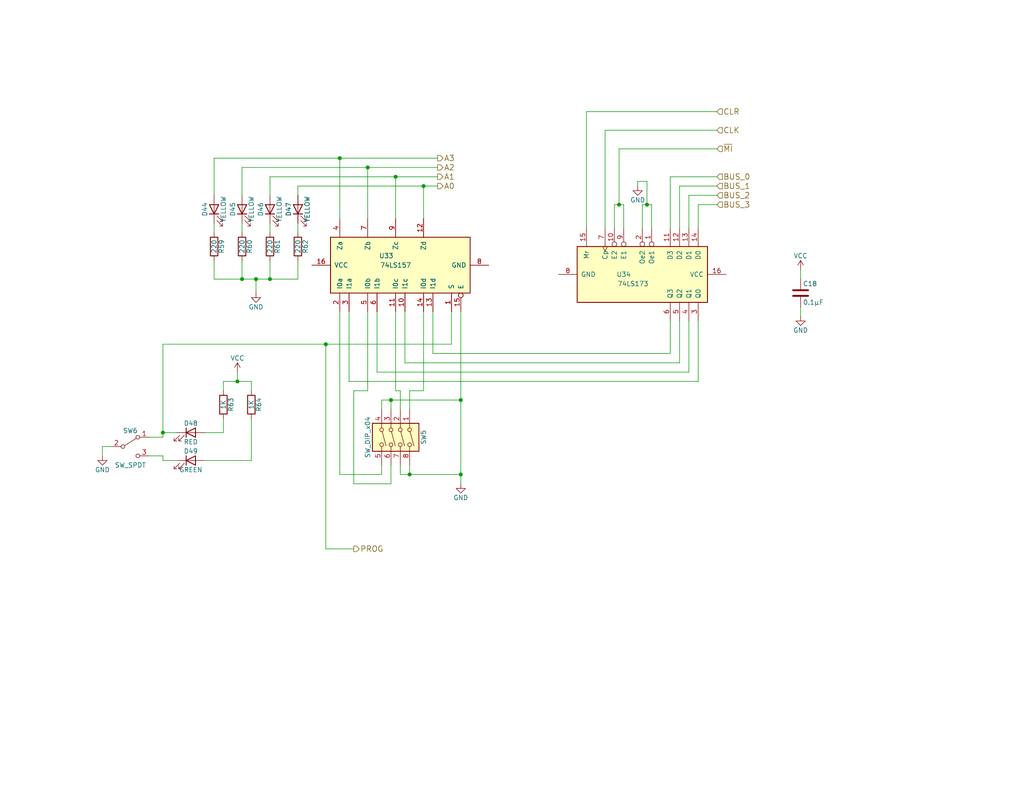
<source format=kicad_sch>
(kicad_sch (version 20211123) (generator eeschema)
  (paper "USLetter")
  (lib_symbols
    (symbol "74xx:74LS157" (pin_names (offset 1.016))
      (property "Reference" "U" (at -7.62 19.05 0))
      (property "Value" "74LS157" (at -7.62 -21.59 0))
      (symbol "74LS157_1_0"
        (pin input line (at -12.7 -15.24 0) (length 5.08) (name "S") (number "1"))
        (pin input line (at -12.7 -2.54 0) (length 5.08) (name "I1c") (number "10"))
        (pin input line (at -12.7 0 0) (length 5.08) (name "I0c") (number "11"))
        (pin output line (at 12.7 -7.62 180) (length 5.08) (name "Zd") (number "12"))
        (pin input line (at -12.7 -10.16 0) (length 5.08) (name "I1d") (number "13"))
        (pin input line (at -12.7 -7.62 0) (length 5.08) (name "I0d") (number "14"))
        (pin input inverted (at -12.7 -17.78 0) (length 5.08) (name "E") (number "15"))
        (pin power_in line (at 0 22.86 270) (length 5.08) (name "VCC") (number "16"))
        (pin input line (at -12.7 15.24 0) (length 5.08) (name "I0a") (number "2"))
        (pin input line (at -12.7 12.7 0) (length 5.08) (name "I1a") (number "3"))
        (pin output line (at 12.7 15.24 180) (length 5.08) (name "Za") (number "4"))
        (pin input line (at -12.7 7.62 0) (length 5.08) (name "I0b") (number "5"))
        (pin input line (at -12.7 5.08 0) (length 5.08) (name "I1b") (number "6"))
        (pin output line (at 12.7 7.62 180) (length 5.08) (name "Zb") (number "7"))
        (pin power_in line (at 0 -25.4 90) (length 5.08) (name "GND") (number "8"))
        (pin output line (at 12.7 0 180) (length 5.08) (name "Zc") (number "9"))
      )
      (symbol "74LS157_1_1"
        (rectangle (start -7.62 17.78) (end 7.62 -20.32) (stroke (width 0.254)) (fill (type background)))
      )
    )
    (symbol "74xx:74LS173" (pin_names (offset 1.016))
      (property "Reference" "U" (at -7.62 19.05 0))
      (property "Value" "74LS173" (at -7.62 -19.05 0))
      (symbol "74LS173_1_0"
        (pin input inverted (at -12.7 2.54 0) (length 5.08) (name "Oe1") (number "1"))
        (pin input inverted (at -12.7 -7.62 0) (length 5.08) (name "E2") (number "10"))
        (pin input line (at -12.7 7.62 0) (length 5.08) (name "D3") (number "11"))
        (pin input line (at -12.7 10.16 0) (length 5.08) (name "D2") (number "12"))
        (pin input line (at -12.7 12.7 0) (length 5.08) (name "D1") (number "13"))
        (pin input line (at -12.7 15.24 0) (length 5.08) (name "D0") (number "14"))
        (pin input line (at -12.7 -15.24 0) (length 5.08) (name "Mr") (number "15"))
        (pin power_in line (at 0 22.86 270) (length 5.08) (name "VCC") (number "16"))
        (pin input inverted (at -12.7 0 0) (length 5.08) (name "Oe2") (number "2"))
        (pin tri_state line (at 12.7 15.24 180) (length 5.08) (name "Q0") (number "3"))
        (pin tri_state line (at 12.7 12.7 180) (length 5.08) (name "Q1") (number "4"))
        (pin tri_state line (at 12.7 10.16 180) (length 5.08) (name "Q2") (number "5"))
        (pin tri_state line (at 12.7 7.62 180) (length 5.08) (name "Q3") (number "6"))
        (pin input clock (at -12.7 -10.16 0) (length 5.08) (name "Cp") (number "7"))
        (pin power_in line (at 0 -22.86 90) (length 5.08) (name "GND") (number "8"))
        (pin input inverted (at -12.7 -5.08 0) (length 5.08) (name "E1") (number "9"))
      )
      (symbol "74LS173_1_1"
        (rectangle (start -7.62 17.78) (end 7.62 -17.78) (stroke (width 0.254)) (fill (type background)))
      )
    )
    (symbol "Device:C" (pin_numbers hide) (pin_names (offset 0.254))
      (property "Reference" "C" (at 0.635 2.54 0))
      (property "Value" "C" (at 0.635 -2.54 0))
      (symbol "C_0_1"
        (polyline (pts (xy -2.032 -0.762) (xy 2.032 -0.762)) (stroke (width 0.508)))
        (polyline (pts (xy -2.032 0.762) (xy 2.032 0.762)) (stroke (width 0.508)))
      )
      (symbol "C_1_1"
        (pin passive line (at 0 3.81 270) (length 2.794) (name "~") (number "1"))
        (pin passive line (at 0 -3.81 90) (length 2.794) (name "~") (number "2"))
      )
    )
    (symbol "Device:LED" (pin_numbers hide) (pin_names (offset 1.016) hide)
      (property "Reference" "D" (at 0 2.54 0))
      (property "Value" "LED" (at 0 -2.54 0))
      (symbol "LED_0_1"
        (polyline (pts (xy -1.27 -1.27) (xy -1.27 1.27)) (stroke (width 0.254)))
        (polyline (pts (xy -1.27 0) (xy 1.27 0)))
        (polyline (pts (xy 1.27 -1.27) (xy 1.27 1.27) (xy -1.27 0) (xy 1.27 -1.27)) (stroke (width 0.254)))
        (polyline (pts (xy -3.048 -0.762) (xy -4.572 -2.286) (xy -3.81 -2.286) (xy -4.572 -2.286) (xy -4.572 -1.524)))
        (polyline (pts (xy -1.778 -0.762) (xy -3.302 -2.286) (xy -2.54 -2.286) (xy -3.302 -2.286) (xy -3.302 -1.524)))
      )
      (symbol "LED_1_1"
        (pin passive line (at -3.81 0 0) (length 2.54) (name "K") (number "1"))
        (pin passive line (at 3.81 0 180) (length 2.54) (name "A") (number "2"))
      )
    )
    (symbol "Device:R" (pin_numbers hide) (pin_names (offset 0))
      (property "Reference" "R" (at 2.032 0 90))
      (property "Value" "R" (at 0 0 90))
      (symbol "R_0_1"
        (rectangle (start -1.016 -2.54) (end 1.016 2.54) (stroke (width 0.254)))
      )
      (symbol "R_1_1"
        (pin passive line (at 0 3.81 270) (length 1.27) (name "~") (number "1"))
        (pin passive line (at 0 -3.81 90) (length 1.27) (name "~") (number "2"))
      )
    )
    (symbol "Switch:SW_DIP_x04" (pin_names (offset 0) hide)
      (property "Reference" "SW" (at 0 8.89 0))
      (property "Value" "SW_DIP_x04" (at 0 -6.35 0))
      (symbol "SW_DIP_x04_0_0"
        (circle (center -2.032 -2.54) (radius 0.508))
        (circle (center -2.032 0) (radius 0.508))
        (circle (center -2.032 2.54) (radius 0.508))
        (circle (center -2.032 5.08) (radius 0.508))
        (polyline (pts (xy -1.524 -2.3876) (xy 2.3622 -1.3462)))
        (polyline (pts (xy -1.524 0.127) (xy 2.3622 1.1684)))
        (polyline (pts (xy -1.524 2.667) (xy 2.3622 3.7084)))
        (polyline (pts (xy -1.524 5.207) (xy 2.3622 6.2484)))
        (circle (center 2.032 -2.54) (radius 0.508))
        (circle (center 2.032 0) (radius 0.508))
        (circle (center 2.032 2.54) (radius 0.508))
        (circle (center 2.032 5.08) (radius 0.508))
      )
      (symbol "SW_DIP_x04_0_1"
        (rectangle (start -3.81 7.62) (end 3.81 -5.08) (stroke (width 0.254)) (fill (type background)))
      )
      (symbol "SW_DIP_x04_1_1"
        (pin passive line (at -7.62 5.08 0) (length 5.08) (name "~") (number "1"))
        (pin passive line (at -7.62 2.54 0) (length 5.08) (name "~") (number "2"))
        (pin passive line (at -7.62 0 0) (length 5.08) (name "~") (number "3"))
        (pin passive line (at -7.62 -2.54 0) (length 5.08) (name "~") (number "4"))
        (pin passive line (at 7.62 -2.54 180) (length 5.08) (name "~") (number "5"))
        (pin passive line (at 7.62 0 180) (length 5.08) (name "~") (number "6"))
        (pin passive line (at 7.62 2.54 180) (length 5.08) (name "~") (number "7"))
        (pin passive line (at 7.62 5.08 180) (length 5.08) (name "~") (number "8"))
      )
    )
    (symbol "Switch:SW_SPDT" (pin_names (offset 0) hide)
      (property "Reference" "SW" (at 0 4.318 0))
      (property "Value" "SW_SPDT" (at 0 -5.08 0))
      (symbol "SW_SPDT_0_0"
        (circle (center -2.032 0) (radius 0.508))
        (circle (center 2.032 -2.54) (radius 0.508))
      )
      (symbol "SW_SPDT_0_1"
        (polyline (pts (xy -1.524 0.254) (xy 1.651 2.286)))
        (circle (center 2.032 2.54) (radius 0.508))
      )
      (symbol "SW_SPDT_1_1"
        (pin passive line (at 5.08 2.54 180) (length 2.54) (name "A") (number "1"))
        (pin passive line (at -5.08 0 0) (length 2.54) (name "B") (number "2"))
        (pin passive line (at 5.08 -2.54 180) (length 2.54) (name "C") (number "3"))
      )
    )
    (symbol "power:GND" (power) (pin_names (offset 0))
      (property "Value" "GND" (at 0 -3.81 0))
      (symbol "GND_0_1"
        (polyline (pts (xy 0 0) (xy 0 -1.27) (xy 1.27 -1.27) (xy 0 -2.54) (xy -1.27 -1.27) (xy 0 -1.27)))
      )
      (symbol "GND_1_1"
        (pin power_in line (at 0 0 270) (length 0) hide (name "GND") (number "1"))
      )
    )
    (symbol "power:VCC" (power) (pin_names (offset 0))
      (property "Value" "VCC" (at 0 3.81 0))
      (symbol "VCC_0_1"
        (polyline (pts (xy -0.762 1.27) (xy 0 2.54)))
        (polyline (pts (xy 0 0) (xy 0 2.54)))
        (polyline (pts (xy 0 2.54) (xy 0.762 1.27)))
      )
      (symbol "VCC_1_1"
        (pin power_in line (at 0 0 90) (length 0) hide (name "VCC") (number "1"))
      )
    )
  )
  (junction (at 115.57 50.8))
  (junction (at 69.85 76.2))
  (junction (at 125.73 109.22))
  (junction (at 44.45 118.11))
  (junction (at 107.95 48.26))
  (junction (at 66.04 76.2))
  (junction (at 88.9 93.98))
  (junction (at 92.71 43.18))
  (junction (at 64.77 104.14))
  (junction (at 100.33 45.72))
  (junction (at 73.66 76.2))
  (junction (at 176.53 55.88))
  (junction (at 111.76 129.54))
  (junction (at 168.91 55.88))
  (junction (at 125.73 129.54))
  (junction (at 106.68 109.22))
  (wire (pts (xy 102.87 85.09) (xy 102.87 101.6)))
  (wire (pts (xy 73.66 76.2) (xy 81.28 76.2)))
  (wire (pts (xy 110.49 85.09) (xy 110.49 99.06)))
  (wire (pts (xy 69.85 80.01) (xy 69.85 76.2)))
  (wire (pts (xy 44.45 93.98) (xy 88.9 93.98)))
  (wire (pts (xy 55.88 125.73) (xy 68.58 125.73)))
  (wire (pts (xy 107.95 85.09) (xy 107.95 106.68)))
  (wire (pts (xy 195.58 55.88) (xy 190.5 55.88)))
  (wire (pts (xy 167.64 55.88) (xy 167.64 62.23)))
  (wire (pts (xy 115.57 85.09) (xy 115.57 106.68)))
  (wire (pts (xy 102.87 101.6) (xy 187.96 101.6)))
  (wire (pts (xy 168.91 40.64) (xy 168.91 55.88)))
  (wire (pts (xy 64.77 104.14) (xy 68.58 104.14)))
  (wire (pts (xy 69.85 76.2) (xy 73.66 76.2)))
  (wire (pts (xy 190.5 87.63) (xy 190.5 104.14)))
  (wire (pts (xy 125.73 129.54) (xy 125.73 132.08)))
  (wire (pts (xy 95.25 104.14) (xy 190.5 104.14)))
  (wire (pts (xy 195.58 53.34) (xy 187.96 53.34)))
  (wire (pts (xy 182.88 87.63) (xy 182.88 96.52)))
  (wire (pts (xy 177.8 55.88) (xy 177.8 62.23)))
  (wire (pts (xy 81.28 50.8) (xy 81.28 53.34)))
  (wire (pts (xy 170.18 55.88) (xy 170.18 62.23)))
  (wire (pts (xy 165.1 35.56) (xy 165.1 62.23)))
  (wire (pts (xy 109.22 129.54) (xy 111.76 129.54)))
  (wire (pts (xy 104.14 109.22) (xy 106.68 109.22)))
  (wire (pts (xy 111.76 106.68) (xy 111.76 111.76)))
  (wire (pts (xy 106.68 127) (xy 106.68 132.08)))
  (wire (pts (xy 44.45 118.11) (xy 44.45 93.98)))
  (wire (pts (xy 106.68 109.22) (xy 125.73 109.22)))
  (wire (pts (xy 187.96 53.34) (xy 187.96 62.23)))
  (wire (pts (xy 60.96 106.68) (xy 60.96 104.14)))
  (wire (pts (xy 95.25 85.09) (xy 95.25 104.14)))
  (wire (pts (xy 27.94 121.92) (xy 30.48 121.92)))
  (wire (pts (xy 100.33 45.72) (xy 100.33 59.69)))
  (wire (pts (xy 44.45 119.38) (xy 44.45 118.11)))
  (wire (pts (xy 160.02 30.48) (xy 160.02 62.23)))
  (wire (pts (xy 185.42 50.8) (xy 185.42 62.23)))
  (wire (pts (xy 110.49 99.06) (xy 185.42 99.06)))
  (wire (pts (xy 106.68 132.08) (xy 96.52 132.08)))
  (wire (pts (xy 92.71 85.09) (xy 92.71 129.54)))
  (wire (pts (xy 125.73 85.09) (xy 125.73 109.22)))
  (wire (pts (xy 88.9 93.98) (xy 88.9 149.86)))
  (wire (pts (xy 88.9 149.86) (xy 96.52 149.86)))
  (wire (pts (xy 44.45 118.11) (xy 48.26 118.11)))
  (wire (pts (xy 64.77 101.6) (xy 64.77 104.14)))
  (wire (pts (xy 92.71 43.18) (xy 119.38 43.18)))
  (wire (pts (xy 123.19 85.09) (xy 123.19 93.98)))
  (wire (pts (xy 92.71 129.54) (xy 104.14 129.54)))
  (wire (pts (xy 115.57 50.8) (xy 115.57 59.69)))
  (wire (pts (xy 92.71 43.18) (xy 92.71 59.69)))
  (wire (pts (xy 173.99 49.53) (xy 176.53 49.53)))
  (wire (pts (xy 81.28 76.2) (xy 81.28 71.12)))
  (wire (pts (xy 175.26 55.88) (xy 176.53 55.88)))
  (wire (pts (xy 187.96 87.63) (xy 187.96 101.6)))
  (wire (pts (xy 44.45 125.73) (xy 48.26 125.73)))
  (wire (pts (xy 44.45 124.46) (xy 44.45 125.73)))
  (wire (pts (xy 167.64 55.88) (xy 168.91 55.88)))
  (wire (pts (xy 109.22 129.54) (xy 109.22 127)))
  (wire (pts (xy 96.52 106.68) (xy 100.33 106.68)))
  (wire (pts (xy 218.44 86.36) (xy 218.44 83.82)))
  (wire (pts (xy 185.42 87.63) (xy 185.42 99.06)))
  (wire (pts (xy 107.95 48.26) (xy 119.38 48.26)))
  (wire (pts (xy 195.58 35.56) (xy 165.1 35.56)))
  (wire (pts (xy 100.33 85.09) (xy 100.33 106.68)))
  (wire (pts (xy 190.5 55.88) (xy 190.5 62.23)))
  (wire (pts (xy 60.96 104.14) (xy 64.77 104.14)))
  (wire (pts (xy 73.66 48.26) (xy 73.66 53.34)))
  (wire (pts (xy 58.42 71.12) (xy 58.42 76.2)))
  (wire (pts (xy 106.68 111.76) (xy 106.68 109.22)))
  (wire (pts (xy 182.88 48.26) (xy 182.88 62.23)))
  (wire (pts (xy 81.28 50.8) (xy 115.57 50.8)))
  (wire (pts (xy 66.04 45.72) (xy 66.04 53.34)))
  (wire (pts (xy 55.88 118.11) (xy 60.96 118.11)))
  (wire (pts (xy 195.58 40.64) (xy 168.91 40.64)))
  (wire (pts (xy 195.58 50.8) (xy 185.42 50.8)))
  (wire (pts (xy 40.64 124.46) (xy 44.45 124.46)))
  (wire (pts (xy 88.9 93.98) (xy 123.19 93.98)))
  (wire (pts (xy 66.04 45.72) (xy 100.33 45.72)))
  (wire (pts (xy 118.11 96.52) (xy 182.88 96.52)))
  (wire (pts (xy 73.66 48.26) (xy 107.95 48.26)))
  (wire (pts (xy 168.91 55.88) (xy 170.18 55.88)))
  (wire (pts (xy 100.33 45.72) (xy 119.38 45.72)))
  (wire (pts (xy 66.04 60.96) (xy 66.04 63.5)))
  (wire (pts (xy 173.99 50.8) (xy 173.99 49.53)))
  (wire (pts (xy 195.58 30.48) (xy 160.02 30.48)))
  (wire (pts (xy 58.42 76.2) (xy 66.04 76.2)))
  (wire (pts (xy 60.96 114.3) (xy 60.96 118.11)))
  (wire (pts (xy 107.95 48.26) (xy 107.95 59.69)))
  (wire (pts (xy 58.42 43.18) (xy 92.71 43.18)))
  (wire (pts (xy 81.28 60.96) (xy 81.28 63.5)))
  (wire (pts (xy 195.58 48.26) (xy 182.88 48.26)))
  (wire (pts (xy 40.64 119.38) (xy 44.45 119.38)))
  (wire (pts (xy 109.22 106.68) (xy 109.22 111.76)))
  (wire (pts (xy 68.58 104.14) (xy 68.58 106.68)))
  (wire (pts (xy 111.76 129.54) (xy 125.73 129.54)))
  (wire (pts (xy 115.57 50.8) (xy 119.38 50.8)))
  (wire (pts (xy 104.14 129.54) (xy 104.14 127)))
  (wire (pts (xy 68.58 125.73) (xy 68.58 114.3)))
  (wire (pts (xy 58.42 53.34) (xy 58.42 43.18)))
  (wire (pts (xy 96.52 132.08) (xy 96.52 106.68)))
  (wire (pts (xy 125.73 109.22) (xy 125.73 129.54)))
  (wire (pts (xy 73.66 71.12) (xy 73.66 76.2)))
  (wire (pts (xy 107.95 106.68) (xy 109.22 106.68)))
  (wire (pts (xy 118.11 85.09) (xy 118.11 96.52)))
  (wire (pts (xy 111.76 127) (xy 111.76 129.54)))
  (wire (pts (xy 175.26 55.88) (xy 175.26 62.23)))
  (wire (pts (xy 66.04 71.12) (xy 66.04 76.2)))
  (wire (pts (xy 176.53 49.53) (xy 176.53 55.88)))
  (wire (pts (xy 58.42 60.96) (xy 58.42 63.5)))
  (wire (pts (xy 27.94 124.46) (xy 27.94 121.92)))
  (wire (pts (xy 66.04 76.2) (xy 69.85 76.2)))
  (wire (pts (xy 115.57 106.68) (xy 111.76 106.68)))
  (wire (pts (xy 218.44 76.2) (xy 218.44 73.66)))
  (wire (pts (xy 176.53 55.88) (xy 177.8 55.88)))
  (wire (pts (xy 73.66 60.96) (xy 73.66 63.5)))
  (wire (pts (xy 104.14 111.76) (xy 104.14 109.22)))
  (hierarchical_label "BUS_3" (shape input) (at 195.58 55.88 0) (effects (font (size 1.524 1.524))))
  (hierarchical_label "BUS_0" (shape input) (at 195.58 48.26 0) (effects (font (size 1.524 1.524))))
  (hierarchical_label "PROG" (shape output) (at 96.52 149.86 0) (effects (font (size 1.524 1.524))))
  (hierarchical_label "A2" (shape output) (at 119.38 45.72 0) (effects (font (size 1.524 1.524))))
  (hierarchical_label "~{MI}" (shape input) (at 195.58 40.64 0) (effects (font (size 1.524 1.524))))
  (hierarchical_label "BUS_2" (shape input) (at 195.58 53.34 0) (effects (font (size 1.524 1.524))))
  (hierarchical_label "CLK" (shape input) (at 195.58 35.56 0) (effects (font (size 1.524 1.524))))
  (hierarchical_label "BUS_1" (shape input) (at 195.58 50.8 0) (effects (font (size 1.524 1.524))))
  (hierarchical_label "CLR" (shape input) (at 195.58 30.48 0) (effects (font (size 1.524 1.524))))
  (hierarchical_label "A1" (shape output) (at 119.38 48.26 0) (effects (font (size 1.524 1.524))))
  (hierarchical_label "A0" (shape output) (at 119.38 50.8 0) (effects (font (size 1.524 1.524))))
  (hierarchical_label "A3" (shape output) (at 119.38 43.18 0) (effects (font (size 1.524 1.524))))
  (symbol (lib_id "74xx:74LS157") (at 107.95 72.39 90) (unit 1)
    (property "Reference" "U33" (at 105.41 69.85 90))
    (property "Value" "74LS157" (at 107.95 72.39 90))
    (property "Footprint" "Package_DIP:DIP-16_W7.62mm" (effects hide))
    (property "Datasheet" "http://www.ti.com/lit/gpn/sn74LS157" (effects hide))
  )
  (symbol (lib_id "74xx:74LS173") (at 175.26 74.93 270) (unit 1)
    (property "Reference" "U34" (at 170.18 74.93 90))
    (property "Value" "74LS173" (at 172.72 77.47 90))
    (property "Footprint" "Package_DIP:DIP-16_W7.62mm" (effects hide))
    (property "Datasheet" "http://www.ti.com/lit/gpn/sn74LS173" (effects hide))
  )
  (symbol (lib_id "Switch:SW_DIP_x04") (at 106.68 119.38 270) (unit 1)
    (property "Reference" "SW5" (at 115.57 119.38 0))
    (property "Value" "SW_DIP_x04" (at 100.33 119.38 0))
    (property "Footprint" "Button_Switch_THT:SW_DIP_SPSTx04_Slide_9.78x12.34mm_W7.62mm_P2.54mm" (effects hide))
  )
  (symbol (lib_id "Switch:SW_SPDT") (at 35.56 121.92 0) (unit 1)
    (property "Reference" "SW6" (at 35.56 117.602 0))
    (property "Value" "SW_SPDT" (at 35.56 127 0))
    (property "Footprint" "8bit-custom-footprints:DPDT-pushbutton" (effects hide))
  )
  (symbol (lib_id "Device:LED") (at 52.07 118.11 0) (unit 1)
    (property "Reference" "D48" (at 52.07 115.57 0))
    (property "Value" "RED" (at 52.07 120.65 0))
    (property "Footprint" "LED_THT:LED_D5.0mm" (effects hide))
  )
  (symbol (lib_id "Device:LED") (at 52.07 125.73 0) (unit 1)
    (property "Reference" "D49" (at 52.07 123.19 0))
    (property "Value" "GREEN" (at 52.07 128.27 0))
    (property "Footprint" "LED_THT:LED_D5.0mm" (effects hide))
  )
  (symbol (lib_id "Device:R") (at 60.96 110.49 0) (unit 1)
    (property "Reference" "R63" (at 62.992 110.49 90))
    (property "Value" "1K" (at 60.96 110.49 90))
    (property "Footprint" "Resistor_THT:R_Axial_DIN0207_L6.3mm_D2.5mm_P7.62mm_Horizontal" (effects hide))
  )
  (symbol (lib_id "Device:R") (at 68.58 110.49 0) (unit 1)
    (property "Reference" "R64" (at 70.612 110.49 90))
    (property "Value" "1K" (at 68.58 110.49 90))
    (property "Footprint" "Resistor_THT:R_Axial_DIN0207_L6.3mm_D2.5mm_P7.62mm_Horizontal" (effects hide))
  )
  (symbol (lib_id "power:GND") (at 27.94 124.46 0) (unit 1)
    (property "Reference" "#PWR048" (effects hide))
    (property "Value" "GND" (at 27.94 128.27 0))
  )
  (symbol (lib_id "power:VCC") (at 64.77 101.6 0) (unit 1)
    (property "Reference" "#PWR049" (effects hide))
    (property "Value" "VCC" (at 64.77 97.79 0))
  )
  (symbol (lib_id "power:GND") (at 125.73 132.08 0) (unit 1)
    (property "Reference" "#PWR050" (effects hide))
    (property "Value" "GND" (at 125.73 135.89 0))
  )
  (symbol (lib_id "Device:LED") (at 81.28 57.15 90) (unit 1)
    (property "Reference" "D47" (at 78.74 57.15 0))
    (property "Value" "YELLOW" (at 83.82 57.15 0))
    (property "Footprint" "LED_THT:LED_D5.0mm" (effects hide))
  )
  (symbol (lib_id "Device:LED") (at 73.66 57.15 90) (unit 1)
    (property "Reference" "D46" (at 71.12 57.15 0))
    (property "Value" "YELLOW" (at 76.2 57.15 0))
    (property "Footprint" "LED_THT:LED_D5.0mm" (effects hide))
  )
  (symbol (lib_id "Device:LED") (at 66.04 57.15 90) (unit 1)
    (property "Reference" "D45" (at 63.5 57.15 0))
    (property "Value" "YELLOW" (at 68.58 57.15 0))
    (property "Footprint" "LED_THT:LED_D5.0mm" (effects hide))
  )
  (symbol (lib_id "Device:LED") (at 58.42 57.15 90) (unit 1)
    (property "Reference" "D44" (at 55.88 57.15 0))
    (property "Value" "YELLOW" (at 60.96 57.15 0))
    (property "Footprint" "LED_THT:LED_D5.0mm" (effects hide))
  )
  (symbol (lib_id "Device:R") (at 81.28 67.31 0) (unit 1)
    (property "Reference" "R62" (at 83.312 67.31 90))
    (property "Value" "220" (at 81.28 67.31 90))
    (property "Footprint" "Resistor_THT:R_Axial_DIN0207_L6.3mm_D2.5mm_P7.62mm_Horizontal" (effects hide))
  )
  (symbol (lib_id "Device:R") (at 73.66 67.31 0) (unit 1)
    (property "Reference" "R61" (at 75.692 67.31 90))
    (property "Value" "220" (at 73.66 67.31 90))
    (property "Footprint" "Resistor_THT:R_Axial_DIN0207_L6.3mm_D2.5mm_P7.62mm_Horizontal" (effects hide))
  )
  (symbol (lib_id "Device:R") (at 66.04 67.31 0) (unit 1)
    (property "Reference" "R60" (at 68.072 67.31 90))
    (property "Value" "220" (at 66.04 67.31 90))
    (property "Footprint" "Resistor_THT:R_Axial_DIN0207_L6.3mm_D2.5mm_P7.62mm_Horizontal" (effects hide))
  )
  (symbol (lib_id "Device:R") (at 58.42 67.31 0) (unit 1)
    (property "Reference" "R59" (at 60.452 67.31 90))
    (property "Value" "220" (at 58.42 67.31 90))
    (property "Footprint" "Resistor_THT:R_Axial_DIN0207_L6.3mm_D2.5mm_P7.62mm_Horizontal" (effects hide))
  )
  (symbol (lib_id "power:GND") (at 69.85 80.01 0) (unit 1)
    (property "Reference" "#PWR051" (effects hide))
    (property "Value" "GND" (at 69.85 83.82 0))
  )
  (symbol (lib_id "power:GND") (at 173.99 50.8 0) (unit 1)
    (property "Reference" "#PWR052" (effects hide))
    (property "Value" "GND" (at 173.99 54.61 0))
  )
  (symbol (lib_id "Device:C") (at 218.44 80.01 0) (unit 1)
    (property "Reference" "C18" (at 219.075 77.47 0) (effects (justify left)))
    (property "Value" "0.1µF" (at 219.075 82.55 0) (effects (justify left)))
    (property "Footprint" "Capacitor_THT:C_Disc_D4.3mm_W1.9mm_P5.00mm" (effects hide))
  )
  (symbol (lib_id "power:VCC") (at 218.44 73.66 0) (unit 1)
    (property "Reference" "#PWR053" (effects hide))
    (property "Value" "VCC" (at 218.44 69.85 0))
  )
  (symbol (lib_id "power:GND") (at 218.44 86.36 0) (unit 1)
    (property "Reference" "#PWR054" (effects hide))
    (property "Value" "GND" (at 218.44 90.17 0))
  )
)
</source>
